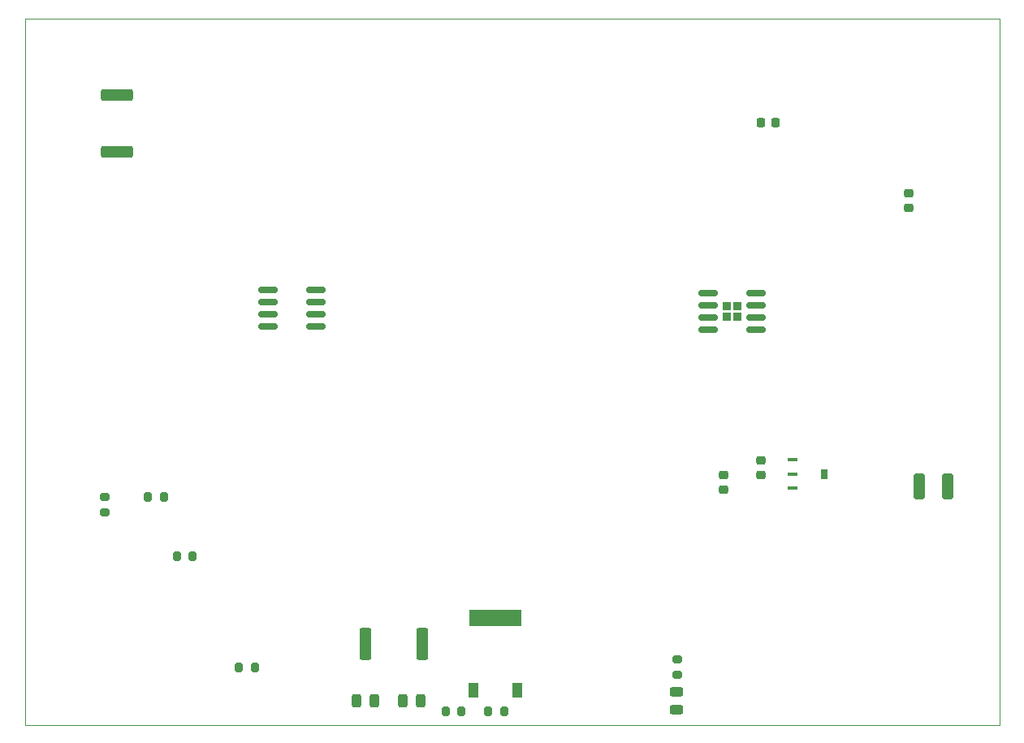
<source format=gtp>
G04 #@! TF.GenerationSoftware,KiCad,Pcbnew,(6.0.6)*
G04 #@! TF.CreationDate,2022-08-15T14:06:08+09:00*
G04 #@! TF.ProjectId,arliss,61726c69-7373-42e6-9b69-6361645f7063,rev?*
G04 #@! TF.SameCoordinates,Original*
G04 #@! TF.FileFunction,Paste,Top*
G04 #@! TF.FilePolarity,Positive*
%FSLAX46Y46*%
G04 Gerber Fmt 4.6, Leading zero omitted, Abs format (unit mm)*
G04 Created by KiCad (PCBNEW (6.0.6)) date 2022-08-15 14:06:08*
%MOMM*%
%LPD*%
G01*
G04 APERTURE LIST*
G04 Aperture macros list*
%AMRoundRect*
0 Rectangle with rounded corners*
0 $1 Rounding radius*
0 $2 $3 $4 $5 $6 $7 $8 $9 X,Y pos of 4 corners*
0 Add a 4 corners polygon primitive as box body*
4,1,4,$2,$3,$4,$5,$6,$7,$8,$9,$2,$3,0*
0 Add four circle primitives for the rounded corners*
1,1,$1+$1,$2,$3*
1,1,$1+$1,$4,$5*
1,1,$1+$1,$6,$7*
1,1,$1+$1,$8,$9*
0 Add four rect primitives between the rounded corners*
20,1,$1+$1,$2,$3,$4,$5,0*
20,1,$1+$1,$4,$5,$6,$7,0*
20,1,$1+$1,$6,$7,$8,$9,0*
20,1,$1+$1,$8,$9,$2,$3,0*%
G04 Aperture macros list end*
G04 #@! TA.AperFunction,Profile*
%ADD10C,0.100000*%
G04 #@! TD*
%ADD11RoundRect,0.225000X0.250000X-0.225000X0.250000X0.225000X-0.250000X0.225000X-0.250000X-0.225000X0*%
%ADD12RoundRect,0.200000X0.200000X0.275000X-0.200000X0.275000X-0.200000X-0.275000X0.200000X-0.275000X0*%
%ADD13RoundRect,0.243750X0.243750X0.456250X-0.243750X0.456250X-0.243750X-0.456250X0.243750X-0.456250X0*%
%ADD14R,1.000000X1.500000*%
%ADD15R,5.400000X1.700000*%
%ADD16RoundRect,0.200000X-0.200000X-0.275000X0.200000X-0.275000X0.200000X0.275000X-0.200000X0.275000X0*%
%ADD17RoundRect,0.243750X-0.243750X-0.456250X0.243750X-0.456250X0.243750X0.456250X-0.243750X0.456250X0*%
%ADD18RoundRect,0.243750X-0.456250X0.243750X-0.456250X-0.243750X0.456250X-0.243750X0.456250X0.243750X0*%
%ADD19RoundRect,0.225000X-0.250000X0.225000X-0.250000X-0.225000X0.250000X-0.225000X0.250000X0.225000X0*%
%ADD20RoundRect,0.200000X-0.275000X0.200000X-0.275000X-0.200000X0.275000X-0.200000X0.275000X0.200000X0*%
%ADD21RoundRect,0.150000X0.825000X0.150000X-0.825000X0.150000X-0.825000X-0.150000X0.825000X-0.150000X0*%
%ADD22RoundRect,0.232500X-0.232500X-0.232500X0.232500X-0.232500X0.232500X0.232500X-0.232500X0.232500X0*%
%ADD23RoundRect,0.150000X-0.825000X-0.150000X0.825000X-0.150000X0.825000X0.150000X-0.825000X0.150000X0*%
%ADD24R,1.000000X0.400000*%
%ADD25R,0.400000X1.000000*%
%ADD26RoundRect,0.225000X0.225000X0.250000X-0.225000X0.250000X-0.225000X-0.250000X0.225000X-0.250000X0*%
%ADD27RoundRect,0.250000X-1.425000X0.362500X-1.425000X-0.362500X1.425000X-0.362500X1.425000X0.362500X0*%
%ADD28RoundRect,0.250000X0.362500X1.425000X-0.362500X1.425000X-0.362500X-1.425000X0.362500X-1.425000X0*%
%ADD29RoundRect,0.250000X0.325000X1.100000X-0.325000X1.100000X-0.325000X-1.100000X0.325000X-1.100000X0*%
G04 APERTURE END LIST*
D10*
X76200000Y-50800000D02*
X177800000Y-50800000D01*
X177800000Y-50800000D02*
X177800000Y-124460000D01*
X177800000Y-124460000D02*
X76200000Y-124460000D01*
X76200000Y-124460000D02*
X76200000Y-50800000D01*
D11*
X152920000Y-98425000D03*
X152920000Y-96875000D03*
D12*
X121705000Y-123050000D03*
X120055000Y-123050000D03*
D13*
X112657500Y-121950000D03*
X110782500Y-121950000D03*
D14*
X122930000Y-120850000D03*
D15*
X125230000Y-113300000D03*
D14*
X127530000Y-120850000D03*
D16*
X89045000Y-100730000D03*
X90695000Y-100730000D03*
D12*
X126145000Y-123040000D03*
X124495000Y-123040000D03*
D17*
X115562500Y-121990000D03*
X117437500Y-121990000D03*
D12*
X93685000Y-106850000D03*
X92035000Y-106850000D03*
D18*
X144175000Y-121050000D03*
X144175000Y-122925000D03*
D19*
X149080000Y-98415000D03*
X149080000Y-99965000D03*
D20*
X84500000Y-100675000D03*
X84500000Y-102325000D03*
D21*
X106500000Y-82920000D03*
X106500000Y-81650000D03*
X106500000Y-80380000D03*
X106500000Y-79110000D03*
X101550000Y-79110000D03*
X101550000Y-80380000D03*
X101550000Y-81650000D03*
X101550000Y-82920000D03*
D19*
X168320000Y-69015000D03*
X168320000Y-70565000D03*
D22*
X150525000Y-80775000D03*
X150525000Y-81925000D03*
X149375000Y-81925000D03*
X149375000Y-80775000D03*
D23*
X147475000Y-79445000D03*
X147475000Y-80715000D03*
X147475000Y-81985000D03*
X147475000Y-83255000D03*
X152425000Y-83255000D03*
X152425000Y-81985000D03*
X152425000Y-80715000D03*
X152425000Y-79445000D03*
D24*
X156210000Y-96790000D03*
X156210000Y-98290000D03*
X156210000Y-99790000D03*
D25*
X159710000Y-98290000D03*
X159410000Y-98290000D03*
D26*
X154485000Y-61650000D03*
X152935000Y-61650000D03*
D20*
X144190000Y-117625000D03*
X144190000Y-119275000D03*
D27*
X85835200Y-58775700D03*
X85835200Y-64700700D03*
D28*
X117632500Y-116010000D03*
X111707500Y-116010000D03*
D12*
X100185000Y-118470000D03*
X98535000Y-118470000D03*
D29*
X172425000Y-99575000D03*
X169475000Y-99575000D03*
M02*

</source>
